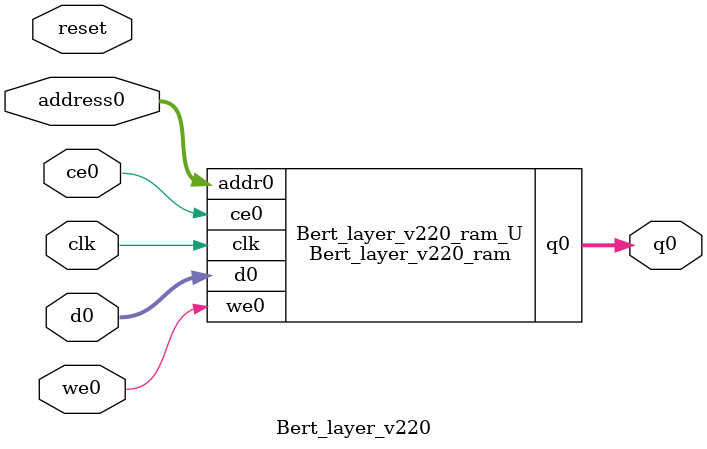
<source format=v>
`timescale 1 ns / 1 ps
module Bert_layer_v220_ram (addr0, ce0, d0, we0, q0,  clk);

parameter DWIDTH = 32;
parameter AWIDTH = 14;
parameter MEM_SIZE = 9216;

input[AWIDTH-1:0] addr0;
input ce0;
input[DWIDTH-1:0] d0;
input we0;
output reg[DWIDTH-1:0] q0;
input clk;

(* ram_style = "block" *)reg [DWIDTH-1:0] ram[0:MEM_SIZE-1];




always @(posedge clk)  
begin 
    if (ce0) begin
        if (we0) 
            ram[addr0] <= d0; 
        q0 <= ram[addr0];
    end
end


endmodule

`timescale 1 ns / 1 ps
module Bert_layer_v220(
    reset,
    clk,
    address0,
    ce0,
    we0,
    d0,
    q0);

parameter DataWidth = 32'd32;
parameter AddressRange = 32'd9216;
parameter AddressWidth = 32'd14;
input reset;
input clk;
input[AddressWidth - 1:0] address0;
input ce0;
input we0;
input[DataWidth - 1:0] d0;
output[DataWidth - 1:0] q0;



Bert_layer_v220_ram Bert_layer_v220_ram_U(
    .clk( clk ),
    .addr0( address0 ),
    .ce0( ce0 ),
    .we0( we0 ),
    .d0( d0 ),
    .q0( q0 ));

endmodule


</source>
